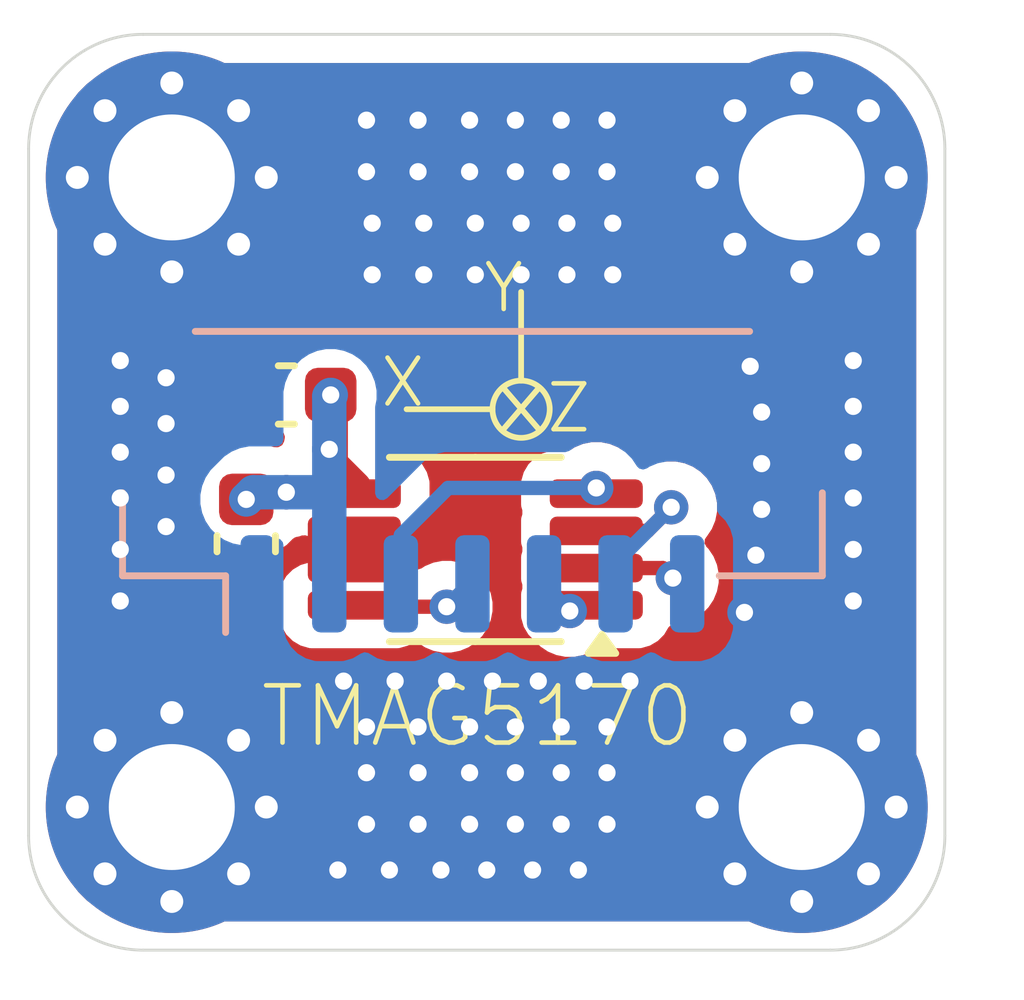
<source format=kicad_pcb>
(kicad_pcb (version 20241229) (generator "pcbnew") (generator_version "9.0")
  (layers (0 "F.Cu" signal) (2 "B.Cu" signal) (13 "F.Paste" user) (15 "B.Paste" user) (5 "F.SilkS" user "F.Silkscreen") (7 "B.SilkS" user "B.Silkscreen") (1 "F.Mask" user) (3 "B.Mask" user) (25 "Edge.Cuts" user))
  (net 0 "")
  (net 1 "GND")
  (net 2 "+3.3V")
  (net 3 "~{MAG_ALRT}")
  (net 4 "~{MAG_CS}")
  (net 5 "SPI1_MOSI")
  (net 6 "SPI1_MISO")
  (net 7 "SPI1_SCK")
  (footprint "Capacitor_SMD:C_0603_1608Metric" (layer "F.Cu") (at 3.8 8.9 -90)
    (property "Reference" "C15" (hide yes))
    (property "Value" "100n" (hide yes))
    (fp_line (start -0.14058 0.51) (end 0.14058 0.51) (stroke (width 0.12)) (layer "F.SilkS"))
    (fp_line (start -0.14058 -0.51) (end 0.14058 -0.51) (stroke (width 0.12)) (layer "F.SilkS"))
    (pad "1" smd roundrect (at -0.775 0 270) (size 0.9 0.95) (layers "F.Cu" "F.Mask" "F.Paste") (net 2 "+3.3V"))
    (pad "2" smd roundrect (at 0.775 0 270) (size 0.9 0.95) (layers "F.Cu" "F.Mask" "F.Paste") (net 1 "GND"))
  )
  (footprint "MountingHole:MountingHole_2.2mm_M2_Pad_Via" (layer "F.Cu") (at 2.5 13.5)
    (property "Reference" "H2" (hide yes))
    (property "Value" "MountingHole_Pad" (hide yes))
    (pad "1" thru_hole circle (at -1.65 0) (size 0.7 0.7) (drill 0.4) (layers "*.Cu" "*.Mask") (net 1 "GND"))
    (pad "1" thru_hole circle (at -1.166726 -1.166726) (size 0.7 0.7) (drill 0.4) (layers "*.Cu" "*.Mask") (net 1 "GND"))
    (pad "1" thru_hole circle (at -1.166726 1.166726) (size 0.7 0.7) (drill 0.4) (layers "*.Cu" "*.Mask") (net 1 "GND"))
    (pad "1" thru_hole circle (at 0 -1.65) (size 0.7 0.7) (drill 0.4) (layers "*.Cu" "*.Mask") (net 1 "GND"))
    (pad "1" thru_hole circle (at 0 0) (size 4.4 4.4) (drill 2.2) (layers "*.Cu" "*.Mask") (net 1 "GND"))
    (pad "1" thru_hole circle (at 0 1.65) (size 0.7 0.7) (drill 0.4) (layers "*.Cu" "*.Mask") (net 1 "GND"))
    (pad "1" thru_hole circle (at 1.166726 -1.166726) (size 0.7 0.7) (drill 0.4) (layers "*.Cu" "*.Mask") (net 1 "GND"))
    (pad "1" thru_hole circle (at 1.166726 1.166726) (size 0.7 0.7) (drill 0.4) (layers "*.Cu" "*.Mask") (net 1 "GND"))
    (pad "1" thru_hole circle (at 1.65 0) (size 0.7 0.7) (drill 0.4) (layers "*.Cu" "*.Mask") (net 1 "GND"))
  )
  (footprint "MountingHole:MountingHole_2.2mm_M2_Pad_Via" (layer "F.Cu") (at 2.5 2.5)
    (property "Reference" "H1" (hide yes))
    (property "Value" "MountingHole_Pad" (hide yes))
    (pad "1" thru_hole circle (at -1.65 0) (size 0.7 0.7) (drill 0.4) (layers "*.Cu" "*.Mask") (net 1 "GND"))
    (pad "1" thru_hole circle (at -1.166726 -1.166726) (size 0.7 0.7) (drill 0.4) (layers "*.Cu" "*.Mask") (net 1 "GND"))
    (pad "1" thru_hole circle (at -1.166726 1.166726) (size 0.7 0.7) (drill 0.4) (layers "*.Cu" "*.Mask") (net 1 "GND"))
    (pad "1" thru_hole circle (at 0 -1.65) (size 0.7 0.7) (drill 0.4) (layers "*.Cu" "*.Mask") (net 1 "GND"))
    (pad "1" thru_hole circle (at 0 0) (size 4.4 4.4) (drill 2.2) (layers "*.Cu" "*.Mask") (net 1 "GND"))
    (pad "1" thru_hole circle (at 0 1.65) (size 0.7 0.7) (drill 0.4) (layers "*.Cu" "*.Mask") (net 1 "GND"))
    (pad "1" thru_hole circle (at 1.166726 -1.166726) (size 0.7 0.7) (drill 0.4) (layers "*.Cu" "*.Mask") (net 1 "GND"))
    (pad "1" thru_hole circle (at 1.166726 1.166726) (size 0.7 0.7) (drill 0.4) (layers "*.Cu" "*.Mask") (net 1 "GND"))
    (pad "1" thru_hole circle (at 1.65 0) (size 0.7 0.7) (drill 0.4) (layers "*.Cu" "*.Mask") (net 1 "GND"))
  )
  (footprint "MountingHole:MountingHole_2.2mm_M2_Pad_Via" (layer "F.Cu") (at 13.5 13.5)
    (property "Reference" "H4" (hide yes))
    (property "Value" "MountingHole_Pad" (hide yes))
    (pad "1" thru_hole circle (at -1.65 0) (size 0.7 0.7) (drill 0.4) (layers "*.Cu" "*.Mask") (net 1 "GND"))
    (pad "1" thru_hole circle (at -1.166726 -1.166726) (size 0.7 0.7) (drill 0.4) (layers "*.Cu" "*.Mask") (net 1 "GND"))
    (pad "1" thru_hole circle (at -1.166726 1.166726) (size 0.7 0.7) (drill 0.4) (layers "*.Cu" "*.Mask") (net 1 "GND"))
    (pad "1" thru_hole circle (at 0 -1.65) (size 0.7 0.7) (drill 0.4) (layers "*.Cu" "*.Mask") (net 1 "GND"))
    (pad "1" thru_hole circle (at 0 0) (size 4.4 4.4) (drill 2.2) (layers "*.Cu" "*.Mask") (net 1 "GND"))
    (pad "1" thru_hole circle (at 0 1.65) (size 0.7 0.7) (drill 0.4) (layers "*.Cu" "*.Mask") (net 1 "GND"))
    (pad "1" thru_hole circle (at 1.166726 -1.166726) (size 0.7 0.7) (drill 0.4) (layers "*.Cu" "*.Mask") (net 1 "GND"))
    (pad "1" thru_hole circle (at 1.166726 1.166726) (size 0.7 0.7) (drill 0.4) (layers "*.Cu" "*.Mask") (net 1 "GND"))
    (pad "1" thru_hole circle (at 1.65 0) (size 0.7 0.7) (drill 0.4) (layers "*.Cu" "*.Mask") (net 1 "GND"))
  )
  (footprint "MountingHole:MountingHole_2.2mm_M2_Pad_Via" (layer "F.Cu") (at 13.5 2.5)
    (property "Reference" "H3" (hide yes))
    (property "Value" "MountingHole_Pad" (hide yes))
    (pad "1" thru_hole circle (at -1.65 0) (size 0.7 0.7) (drill 0.4) (layers "*.Cu" "*.Mask") (net 1 "GND"))
    (pad "1" thru_hole circle (at -1.166726 -1.166726) (size 0.7 0.7) (drill 0.4) (layers "*.Cu" "*.Mask") (net 1 "GND"))
    (pad "1" thru_hole circle (at -1.166726 1.166726) (size 0.7 0.7) (drill 0.4) (layers "*.Cu" "*.Mask") (net 1 "GND"))
    (pad "1" thru_hole circle (at 0 -1.65) (size 0.7 0.7) (drill 0.4) (layers "*.Cu" "*.Mask") (net 1 "GND"))
    (pad "1" thru_hole circle (at 0 0) (size 4.4 4.4) (drill 2.2) (layers "*.Cu" "*.Mask") (net 1 "GND"))
    (pad "1" thru_hole circle (at 0 1.65) (size 0.7 0.7) (drill 0.4) (layers "*.Cu" "*.Mask") (net 1 "GND"))
    (pad "1" thru_hole circle (at 1.166726 -1.166726) (size 0.7 0.7) (drill 0.4) (layers "*.Cu" "*.Mask") (net 1 "GND"))
    (pad "1" thru_hole circle (at 1.166726 1.166726) (size 0.7 0.7) (drill 0.4) (layers "*.Cu" "*.Mask") (net 1 "GND"))
    (pad "1" thru_hole circle (at 1.65 0) (size 0.7 0.7) (drill 0.4) (layers "*.Cu" "*.Mask") (net 1 "GND"))
  )
  (footprint "Package_SO:VSSOP-8_3x3mm_P0.65mm" (layer "F.Cu") (at 7.8 9 180)
    (property "Reference" "U2" (hide yes))
    (property "Value" "TMAG5170-Q1" (hide yes))
    (fp_line (start 0 1.61) (end 1.5 1.61) (stroke (width 0.12)) (layer "F.SilkS"))
    (fp_line (start 0 1.61) (end -1.5 1.61) (stroke (width 0.12)) (layer "F.SilkS"))
    (fp_line (start 0 -1.61) (end 1.5 -1.61) (stroke (width 0.12)) (layer "F.SilkS"))
    (fp_line (start 0 -1.61) (end -1.5 -1.61) (stroke (width 0.12)) (layer "F.SilkS"))
    (fp_poly (pts (xy -2.2125 -1.485) (xy -2.4525 -1.815) (xy -1.9725 -1.815) (xy -2.2125 -1.485)) (stroke (width 0.12)) (fill yes) (layer "F.SilkS"))
    (pad "1" smd roundrect (at -2.1125 -0.975 180) (size 1.625 0.5) (layers "F.Cu" "F.Mask" "F.Paste") (net 7 "SPI1_SCK"))
    (pad "2" smd roundrect (at -2.1125 -0.325 180) (size 1.625 0.5) (layers "F.Cu" "F.Mask" "F.Paste") (net 5 "SPI1_MOSI"))
    (pad "3" smd roundrect (at -2.1125 0.325 180) (size 1.625 0.5) (layers "F.Cu" "F.Mask" "F.Paste") (net 6 "SPI1_MISO"))
    (pad "4" smd roundrect (at -2.1125 0.975 180) (size 1.625 0.5) (layers "F.Cu" "F.Mask" "F.Paste") (net 4 "~{MAG_CS}"))
    (pad "5" smd roundrect (at 2.1125 0.975 180) (size 1.625 0.5) (layers "F.Cu" "F.Mask" "F.Paste") (net 2 "+3.3V"))
    (pad "6" smd roundrect (at 2.1125 0.325 180) (size 1.625 0.5) (layers "F.Cu" "F.Mask" "F.Paste") (net 1 "GND"))
    (pad "7" smd roundrect (at 2.1125 -0.325 180) (size 1.625 0.5) (layers "F.Cu" "F.Mask" "F.Paste") (net 1 "GND"))
    (pad "8" smd roundrect (at 2.1125 -0.975 180) (size 1.625 0.5) (layers "F.Cu" "F.Mask" "F.Paste") (net 3 "~{MAG_ALRT}"))
  )
  (footprint "Capacitor_SMD:C_0603_1608Metric" (layer "F.Cu") (at 4.5 6.3 180)
    (property "Reference" "C13" (hide yes))
    (property "Value" "100n" (hide yes))
    (fp_line (start -0.14058 0.51) (end 0.14058 0.51) (stroke (width 0.12)) (layer "F.SilkS"))
    (fp_line (start -0.14058 -0.51) (end 0.14058 -0.51) (stroke (width 0.12)) (layer "F.SilkS"))
    (pad "1" smd roundrect (at -0.775 0 180) (size 0.9 0.95) (layers "F.Cu" "F.Mask" "F.Paste") (net 2 "+3.3V"))
    (pad "2" smd roundrect (at 0.775 0 180) (size 0.9 0.95) (layers "F.Cu" "F.Mask" "F.Paste") (net 1 "GND"))
  )
  (footprint "Connector_JST:JST_GH_SM07B-GHS-TB_1x07-1MP_P1.25mm_Horizontal" (layer "B.Cu") (at 7.75 7.75)
    (property "Reference" "J9" (hide yes))
    (property "Value" "Conn_01x07_MountingPin" (hide yes))
    (fp_line (start -6.11 0.26) (end -6.11 1.71) (stroke (width 0.12)) (layer "B.SilkS"))
    (fp_line (start -6.11 1.71) (end -4.31 1.71) (stroke (width 0.12)) (layer "B.SilkS"))
    (fp_line (start -4.84 -2.56) (end 4.84 -2.56) (stroke (width 0.12)) (layer "B.SilkS"))
    (fp_line (start -4.31 1.71) (end -4.31 2.7) (stroke (width 0.12)) (layer "B.SilkS"))
    (fp_line (start 6.11 0.26) (end 6.11 1.71) (stroke (width 0.12)) (layer "B.SilkS"))
    (fp_line (start 6.11 1.71) (end 4.31 1.71) (stroke (width 0.12)) (layer "B.SilkS"))
    (pad "1" smd roundrect (at -3.75 1.85) (size 0.6 1.7) (layers "B.Cu" "B.Mask" "B.Paste") (net 1 "GND"))
    (pad "2" smd roundrect (at -2.5 1.85) (size 0.6 1.7) (layers "B.Cu" "B.Mask" "B.Paste") (net 2 "+3.3V"))
    (pad "3" smd roundrect (at -1.25 1.85) (size 0.6 1.7) (layers "B.Cu" "B.Mask" "B.Paste") (net 4 "~{MAG_CS}"))
    (pad "4" smd roundrect (at 0 1.85) (size 0.6 1.7) (layers "B.Cu" "B.Mask" "B.Paste") (net 3 "~{MAG_ALRT}"))
    (pad "5" smd roundrect (at 1.25 1.85) (size 0.6 1.7) (layers "B.Cu" "B.Mask" "B.Paste") (net 7 "SPI1_SCK"))
    (pad "6" smd roundrect (at 2.5 1.85) (size 0.6 1.7) (layers "B.Cu" "B.Mask" "B.Paste") (net 6 "SPI1_MISO"))
    (pad "7" smd roundrect (at 3.75 1.85) (size 0.6 1.7) (layers "B.Cu" "B.Mask" "B.Paste") (net 5 "SPI1_MOSI"))
    (pad "MP" smd roundrect (at -5.6 -1.35) (size 1 2.7) (layers "B.Cu" "B.Mask" "B.Paste") (net 1 "GND"))
    (pad "MP" smd roundrect (at 5.6 -1.35) (size 1 2.7) (layers "B.Cu" "B.Mask" "B.Paste") (net 1 "GND"))
  )
  (gr_line (start 8.1 6.55) (end 6.6 6.55) (stroke (width 0.1)) (layer "F.SilkS"))
  (gr_line (start 8.9 6.189445) (end 8.3 6.889445) (stroke (width 0.1)) (layer "F.SilkS"))
  (gr_line (start 8.6 6.05) (end 8.6 4.5) (stroke (width 0.1)) (layer "F.SilkS"))
  (gr_circle (center 8.6 6.55) (end 9.1 6.55) (stroke (width 0.1)) (fill no) (layer "F.SilkS"))
  (gr_line (start 8.3 6.189445) (end 8.9 6.889445) (stroke (width 0.1)) (layer "F.SilkS"))
  (gr_line (start 0 14) (end 0 2) (stroke (width 0.05)) (layer "Edge.Cuts"))
  (gr_line (start 14 16) (end 2 16) (stroke (width 0.05)) (layer "Edge.Cuts"))
  (gr_arc (start 14 0) (mid 15.414214 0.585786) (end 16 2) (stroke (width 0.05)) (layer "Edge.Cuts"))
  (gr_line (start 2 0) (end 14 0) (stroke (width 0.05)) (layer "Edge.Cuts"))
  (gr_arc (start 0 2) (mid 0.585786 0.585786) (end 2 0) (stroke (width 0.05)) (layer "Edge.Cuts"))
  (gr_arc (start 2 16) (mid 0.585786 15.414214) (end 0 14) (stroke (width 0.05)) (layer "Edge.Cuts"))
  (gr_line (start 16 2) (end 16 14) (stroke (width 0.05)) (layer "Edge.Cuts"))
  (gr_arc (start 16 14) (mid 15.414214 15.414214) (end 14 16) (stroke (width 0.05)) (layer "Edge.Cuts"))
  (gr_text "Z" (at 9 7 0) (layer "F.SilkS") (effects (font (size 0.8 0.8) (thickness 0.08)) (justify left bottom)))
  (gr_text "TMAG5170" (at 4 12.5 0) (layer "F.SilkS") (effects (font (size 1 1) (thickness 0.08)) (justify left bottom)))
  (gr_text "Y" (at 7.9 4.9 0) (layer "F.SilkS") (effects (font (size 0.8 0.8) (thickness 0.08)) (justify left bottom)))
  (gr_text "X" (at 6.1 6.55 0) (layer "F.SilkS") (effects (font (size 0.8 0.8) (thickness 0.08)) (justify left bottom)))
  (via (at 8 14.6) (size 0.6) (drill 0.3) (layers "F.Cu" "B.Cu") (net 1))
  (via (at 6.9 4.2) (size 0.6) (drill 0.3) (layers "F.Cu" "B.Cu") (net 1))
  (via (at 14.4 8.1) (size 0.6) (drill 0.3) (layers "F.Cu" "B.Cu") (net 1))
  (via (at 12.8 6.6) (size 0.6) (drill 0.3) (layers "F.Cu" "B.Cu") (net 1))
  (via (at 6 4.2) (size 0.6) (drill 0.3) (layers "F.Cu" "B.Cu") (net 1))
  (via (at 5.9 12.9) (size 0.6) (drill 0.3) (layers "F.Cu" "B.Cu") (net 1))
  (via (at 9.3 2.4) (size 0.6) (drill 0.3) (layers "F.Cu" "B.Cu") (net 1))
  (via (at 10.1 12.1) (size 0.6) (drill 0.3) (layers "F.Cu" "B.Cu") (net 1))
  (via (at 6.9 3.3) (size 0.6) (drill 0.3) (layers "F.Cu" "B.Cu") (net 1))
  (via (at 8.9 11.3) (size 0.6) (drill 0.3) (layers "F.Cu" "B.Cu") (net 1))
  (via (at 12.7 9.1) (size 0.6) (drill 0.3) (layers "F.Cu" "B.Cu") (net 1))
  (via (at 7.7 13.8) (size 0.6) (drill 0.3) (layers "F.Cu" "B.Cu") (net 1))
  (via (at 10.2 4.2) (size 0.6) (drill 0.3) (layers "F.Cu" "B.Cu") (net 1))
  (via (at 2.4 8.6) (size 0.6) (drill 0.3) (layers "F.Cu" "B.Cu") (net 1))
  (via (at 12.8 8.3) (size 0.6) (drill 0.3) (layers "F.Cu" "B.Cu") (net 1))
  (via (at 10.2 3.3) (size 0.6) (drill 0.3) (layers "F.Cu" "B.Cu") (net 1))
  (via (at 8.5 2.4) (size 0.6) (drill 0.3) (layers "F.Cu" "B.Cu") (net 1))
  (via (at 10.1 12.9) (size 0.6) (drill 0.3) (layers "F.Cu" "B.Cu") (net 1))
  (via (at 7.2 14.6) (size 0.6) (drill 0.3) (layers "F.Cu" "B.Cu") (net 1))
  (via (at 8.5 12.9) (size 0.6) (drill 0.3) (layers "F.Cu" "B.Cu") (net 1))
  (via (at 5.9 1.5) (size 0.6) (drill 0.3) (layers "F.Cu" "B.Cu") (net 1))
  (via (at 9.4 3.3) (size 0.6) (drill 0.3) (layers "F.Cu" "B.Cu") (net 1))
  (via (at 14.4 7.3) (size 0.6) (drill 0.3) (layers "F.Cu" "B.Cu") (net 1))
  (via (at 6.8 1.5) (size 0.6) (drill 0.3) (layers "F.Cu" "B.Cu") (net 1))
  (via (at 2.4 6) (size 0.6) (drill 0.3) (layers "F.Cu" "B.Cu") (net 1))
  (via (at 6.3 14.6) (size 0.6) (drill 0.3) (layers "F.Cu" "B.Cu") (net 1))
  (via (at 8.8 14.6) (size 0.6) (drill 0.3) (layers "F.Cu" "B.Cu") (net 1))
  (via (at 2.4 7.7) (size 0.6) (drill 0.3) (layers "F.Cu" "B.Cu") (net 1))
  (via (at 9.3 1.5) (size 0.6) (drill 0.3) (layers "F.Cu" "B.Cu") (net 1))
  (via (at 1.6 9) (size 0.6) (drill 0.3) (layers "F.Cu" "B.Cu") (net 1))
  (via (at 10.1 13.8) (size 0.6) (drill 0.3) (layers "F.Cu" "B.Cu") (net 1))
  (via (at 1.6 7.3) (size 0.6) (drill 0.3) (layers "F.Cu" "B.Cu") (net 1))
  (via (at 5.5 11.3) (size 0.6) (drill 0.3) (layers "F.Cu" "B.Cu") (net 1))
  (via (at 8.5 13.8) (size 0.6) (drill 0.3) (layers "F.Cu" "B.Cu") (net 1))
  (via (at 10.5 11.3) (size 0.6) (drill 0.3) (layers "F.Cu" "B.Cu") (net 1))
  (via (at 12.8 7.5) (size 0.6) (drill 0.3) (layers "F.Cu" "B.Cu") (net 1))
  (via (at 7.7 12.9) (size 0.6) (drill 0.3) (layers "F.Cu" "B.Cu") (net 1))
  (via (at 6.8 13.8) (size 0.6) (drill 0.3) (layers "F.Cu" "B.Cu") (net 1))
  (via (at 1.6 5.7) (size 0.6) (drill 0.3) (layers "F.Cu" "B.Cu") (net 1))
  (via (at 9.3 12.1) (size 0.6) (drill 0.3) (layers "F.Cu" "B.Cu") (net 1))
  (via (at 1.6 8.1) (size 0.6) (drill 0.3) (layers "F.Cu" "B.Cu") (net 1))
  (via (at 8.5 12.1) (size 0.6) (drill 0.3) (layers "F.Cu" "B.Cu") (net 1))
  (via (at 6.8 12.1) (size 0.6) (drill 0.3) (layers "F.Cu" "B.Cu") (net 1))
  (via (at 5.4 14.6) (size 0.6) (drill 0.3) (layers "F.Cu" "B.Cu") (net 1))
  (via (at 7.3 11.3) (size 0.6) (drill 0.3) (layers "F.Cu" "B.Cu") (net 1))
  (via (at 9.6 14.6) (size 0.6) (drill 0.3) (layers "F.Cu" "B.Cu") (net 1))
  (via (at 14.4 5.7) (size 0.6) (drill 0.3) (layers "F.Cu" "B.Cu") (net 1))
  (via (at 12.6 5.8) (size 0.6) (drill 0.3) (layers "F.Cu" "B.Cu") (net 1))
  (via (at 9.3 13.8) (size 0.6) (drill 0.3) (layers "F.Cu" "B.Cu") (net 1))
  (via (at 6 3.3) (size 0.6) (drill 0.3) (layers "F.Cu" "B.Cu") (net 1))
  (via (at 7.8 4.2) (size 0.6) (drill 0.3) (layers "F.Cu" "B.Cu") (net 1))
  (via (at 5.9 2.4) (size 0.6) (drill 0.3) (layers "F.Cu" "B.Cu") (net 1))
  (via (at 6.8 12.9) (size 0.6) (drill 0.3) (layers "F.Cu" "B.Cu") (net 1))
  (via (at 8.5 1.5) (size 0.6) (drill 0.3) (layers "F.Cu" "B.Cu") (net 1))
  (via (at 8.1 11.3) (size 0.6) (drill 0.3) (layers "F.Cu" "B.Cu") (net 1))
  (via (at 1.6 6.5) (size 0.6) (drill 0.3) (layers "F.Cu" "B.Cu") (net 1))
  (via (at 2.4 6.8) (size 0.6) (drill 0.3) (layers "F.Cu" "B.Cu") (net 1))
  (via (at 9.7 11.3) (size 0.6) (drill 0.3) (layers "F.Cu" "B.Cu") (net 1))
  (via (at 6.8 2.4) (size 0.6) (drill 0.3) (layers "F.Cu" "B.Cu") (net 1))
  (via (at 14.4 6.5) (size 0.6) (drill 0.3) (layers "F.Cu" "B.Cu") (net 1))
  (via (at 7.8 3.3) (size 0.6) (drill 0.3) (layers "F.Cu" "B.Cu") (net 1))
  (via (at 9.4 4.2) (size 0.6) (drill 0.3) (layers "F.Cu" "B.Cu") (net 1))
  (via (at 10.1 2.4) (size 0.6) (drill 0.3) (layers "F.Cu" "B.Cu") (net 1))
  (via (at 7.7 12.1) (size 0.6) (drill 0.3) (layers "F.Cu" "B.Cu") (net 1))
  (via (at 7.7 2.4) (size 0.6) (drill 0.3) (layers "F.Cu" "B.Cu") (net 1))
  (via (at 14.4 9.9) (size 0.6) (drill 0.3) (layers "F.Cu" "B.Cu") (net 1))
  (via (at 10.1 1.5) (size 0.6) (drill 0.3) (layers "F.Cu" "B.Cu") (net 1))
  (via (at 6.4 11.3) (size 0.6) (drill 0.3) (layers "F.Cu" "B.Cu") (net 1))
  (via (at 5.9 12.1) (size 0.6) (drill 0.3) (layers "F.Cu" "B.Cu") (net 1))
  (via (at 12.5 10.1) (size 0.6) (drill 0.3) (layers "F.Cu" "B.Cu") (net 1))
  (via (at 1.6 9.9) (size 0.6) (drill 0.3) (layers "F.Cu" "B.Cu") (net 1))
  (via (at 8.6 4.2) (size 0.6) (drill 0.3) (layers "F.Cu" "B.Cu") (net 1))
  (via (at 7.7 1.5) (size 0.6) (drill 0.3) (layers "F.Cu" "B.Cu") (net 1))
  (via (at 5.9 13.8) (size 0.6) (drill 0.3) (layers "F.Cu" "B.Cu") (net 1))
  (via (at 9.3 12.9) (size 0.6) (drill 0.3) (layers "F.Cu" "B.Cu") (net 1))
  (via (at 8.6 3.3) (size 0.6) (drill 0.3) (layers "F.Cu" "B.Cu") (net 1))
  (via (at 14.4 9) (size 0.6) (drill 0.3) (layers "F.Cu" "B.Cu") (net 1))
  (segment (start 5.275 7.5115) (end 5.6875 7.924) (width 0.6) (layer "F.Cu") (net 2))
  (segment (start 3.8 8.125) (end 3.9 8.025) (width 0.4) (layer "F.Cu") (net 2))
  (segment (start 3.9 8.025) (end 5.6875 8.025) (width 0.4) (layer "F.Cu") (net 2))
  (segment (start 5.275 6.3) (end 5.275 7.5115) (width 0.6) (layer "F.Cu") (net 2))
  (via (at 4.5 8) (size 0.6) (drill 0.3) (layers "F.Cu" "B.Cu") (net 2))
  (via (at 3.8 8.125) (size 0.6) (drill 0.3) (layers "F.Cu" "B.Cu") (net 2))
  (via (at 5.25 7.25) (size 0.6) (drill 0.3) (layers "F.Cu" "B.Cu") (net 2))
  (via (at 5.275 6.3) (size 0.6) (drill 0.3) (layers "F.Cu" "B.Cu") (net 2))
  (segment (start 5.25 7.25) (end 5.25 6.325) (width 0.6) (layer "B.Cu") (net 2))
  (segment (start 4.5 8) (end 3.925 8) (width 0.6) (layer "B.Cu") (net 2))
  (segment (start 5.25 9.6) (end 5.25 8) (width 0.6) (layer "B.Cu") (net 2))
  (segment (start 5.25 8) (end 5.25 7.25) (width 0.6) (layer "B.Cu") (net 2))
  (segment (start 5.25 6.325) (end 5.275 6.3) (width 0.6) (layer "B.Cu") (net 2))
  (segment (start 5.25 8) (end 4.5 8) (width 0.6) (layer "B.Cu") (net 2))
  (segment (start 3.925 8) (end 3.8 8.125) (width 0.6) (layer "B.Cu") (net 2))
  (segment (start 5.7125 10) (end 5.6875 9.975) (width 0.25) (layer "F.Cu") (net 3))
  (segment (start 7.3 10) (end 5.7125 10) (width 0.25) (layer "F.Cu") (net 3))
  (via (at 7.3 10) (size 0.6) (drill 0.3) (layers "F.Cu" "B.Cu") (net 3))
  (segment (start 7.7 9.6) (end 7.3 10) (width 0.25) (layer "B.Cu") (net 3))
  (segment (start 7.75 9.6) (end 7.7 9.6) (width 0.25) (layer "B.Cu") (net 3))
  (via (at 9.9125 7.925) (size 0.6) (drill 0.3) (layers "F.Cu" "B.Cu") (net 4))
  (segment (start 6.5 9.6) (end 6.5 8.750001) (width 0.25) (layer "B.Cu") (net 4))
  (segment (start 6.5 8.750001) (end 7.325001 7.925) (width 0.25) (layer "B.Cu") (net 4))
  (segment (start 7.325001 7.925) (end 9.9125 7.925) (width 0.25) (layer "B.Cu") (net 4))
  (segment (start 11.075 9.325) (end 9.9125 9.325) (width 0.25) (layer "F.Cu") (net 5))
  (segment (start 11.25 9.5) (end 11.075 9.325) (width 0.25) (layer "F.Cu") (net 5))
  (via (at 11.25 9.5) (size 0.6) (drill 0.3) (layers "F.Cu" "B.Cu") (net 5))
  (segment (start 11.35 9.6) (end 11.25 9.5) (width 0.25) (layer "B.Cu") (net 5))
  (segment (start 11.5 9.6) (end 11.35 9.6) (width 0.25) (layer "B.Cu") (net 5))
  (segment (start 10.808571 8.675) (end 11.220558 8.263013) (width 0.25) (layer "F.Cu") (net 6))
  (segment (start 9.9125 8.675) (end 10.808571 8.675) (width 0.25) (layer "F.Cu") (net 6))
  (via (at 11.220558 8.263013) (size 0.6) (drill 0.3) (layers "F.Cu" "B.Cu") (net 6))
  (segment (start 10.25 9.233571) (end 11.220558 8.263013) (width 0.25) (layer "B.Cu") (net 6))
  (segment (start 10.25 9.6) (end 10.25 9.233571) (width 0.25) (layer "B.Cu") (net 6))
  (via (at 9.45 10.075) (size 0.6) (drill 0.3) (layers "F.Cu" "B.Cu") (net 7))
  (segment (start 9 9.625) (end 9.45 10.075) (width 0.25) (layer "B.Cu") (net 7))
  (segment (start 9 9.6) (end 9 9.625) (width 0.25) (layer "B.Cu") (net 7))
  (zone (net 1) (net_name "GND") (layers "F.Cu" "B.Cu") (connect_pads yes (clearance 0.5)) (min_thickness 0.25) (fill yes (thermal_gap 0.5) (thermal_bridge_width 0.5))
    (polygon (pts (xy -0.5 -0.4) (xy -0.5 16.9) (xy 17.4 16.9) (xy 17.4 -0.6)))
  )
)
</source>
